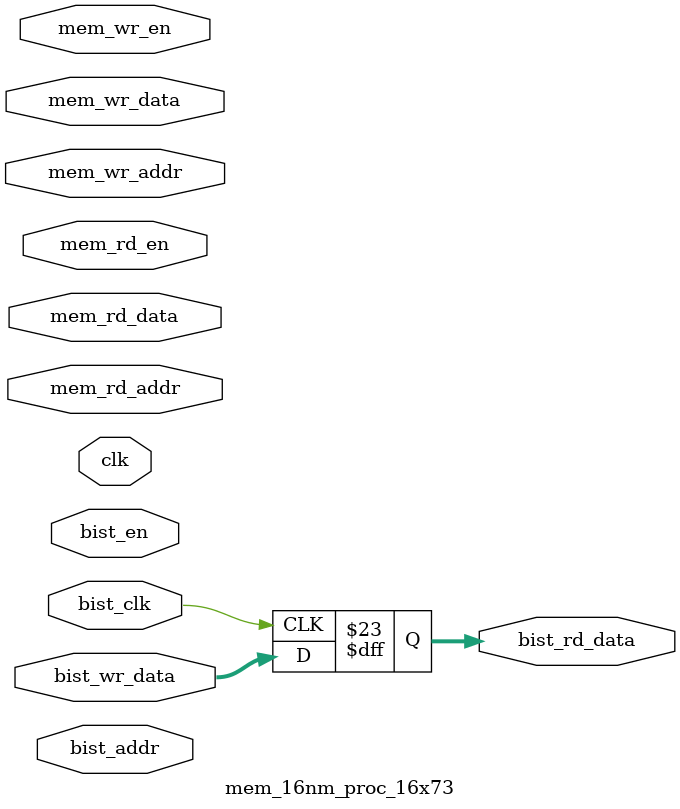
<source format=v>

module mem_16nm_proc_16x73
(
  input  wire        clk,
  input  wire        mem_wr_en,
  input  wire [3:0]  mem_wr_addr,
  input  wire [72:0] mem_wr_data,
  input  wire        mem_rd_en,
  input  wire [3:0]  mem_rd_addr,
  input  wire [72:0] mem_rd_data,

  input  wire        bist_clk,
  input  wire        bist_en,
  input  wire [3:0]  bist_addr,
  input  wire [72:0] bist_wr_data,
  output wire [72:0] bist_rd_data
);

// The memory declaration
reg [72:0] memory [15:0];
reg [72:0] mem_rd_data_i;

always @ (posedge clk) begin
  if( mem_wr_en ) begin
    memory[mem_wr_addr] <= #0 mem_wr_data;
  end

  if( mem_rd_en ) begin
    mem_rd_data_i <= #0 memory[mem_rd_addr];
  end
end

always @ (posedge clk) begin
  mem_rd_data <= #0 mem_rd_data_i;
end

// Bist fake logic
always @ (posedge bist_clk ) begin
  bist_rd_data <= #0 bist_wr_data;
end

endmodule

</source>
